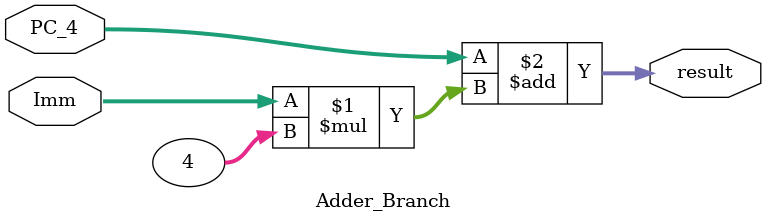
<source format=v>
`timescale 1 ns / 1 ps
module Adder_Branch (PC_4, Imm, result); 
 
input [31:0] PC_4; 
input [31:0] Imm; 
 
output [31:0] result;  	 

assign result=PC_4+(Imm*4); 	 
 
endmodule 
</source>
